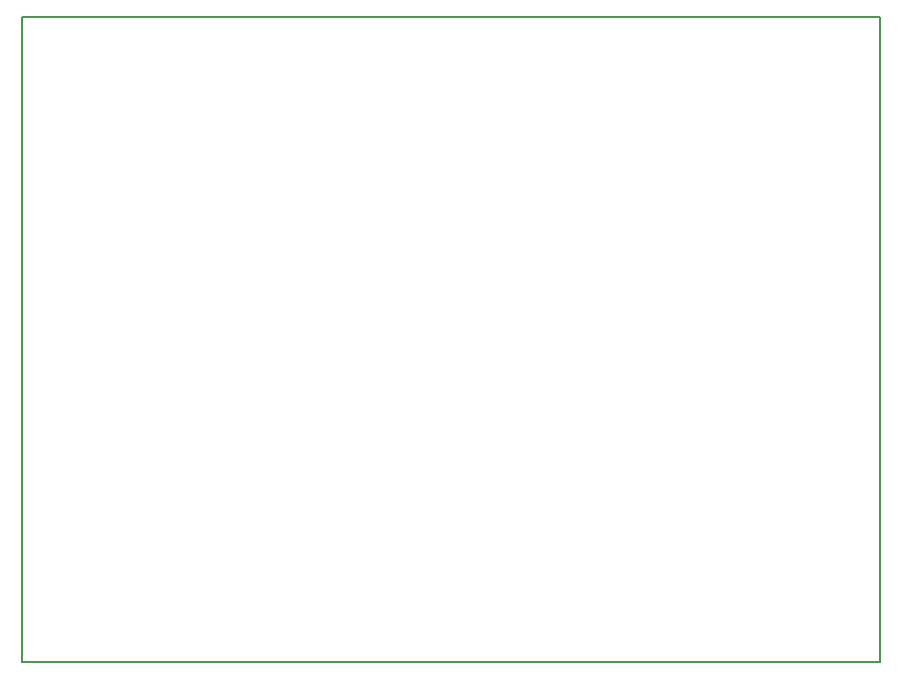
<source format=gbr>
G04 #@! TF.GenerationSoftware,KiCad,Pcbnew,(5.1.2-1)-1*
G04 #@! TF.CreationDate,2019-05-23T21:51:25+02:00*
G04 #@! TF.ProjectId,wearable_cape,77656172-6162-46c6-955f-636170652e6b,v02*
G04 #@! TF.SameCoordinates,Original*
G04 #@! TF.FileFunction,Profile,NP*
%FSLAX46Y46*%
G04 Gerber Fmt 4.6, Leading zero omitted, Abs format (unit mm)*
G04 Created by KiCad (PCBNEW (5.1.2-1)-1) date 2019-05-23 21:51:25*
%MOMM*%
%LPD*%
G04 APERTURE LIST*
%ADD10C,0.150000*%
G04 APERTURE END LIST*
D10*
X104394000Y-18415000D02*
X104394000Y-73025000D01*
X104394000Y-73025000D02*
X31750000Y-73025000D01*
X31750000Y-18415000D02*
X104394000Y-18415000D01*
X31750000Y-73025000D02*
X31750000Y-18415000D01*
M02*

</source>
